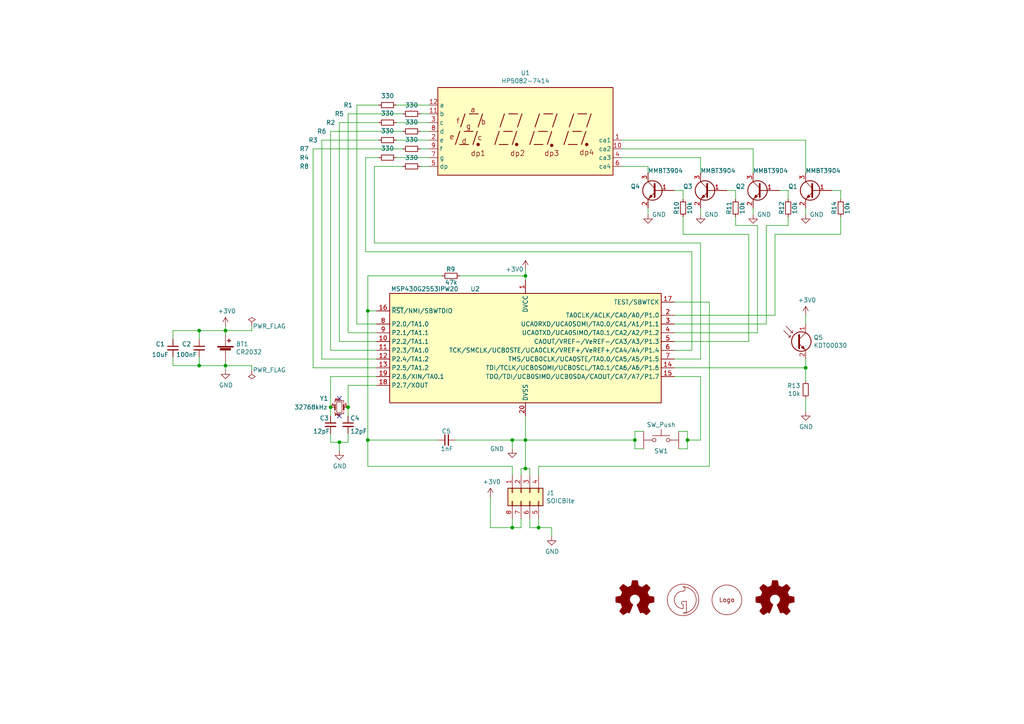
<source format=kicad_sch>
(kicad_sch (version 20200714) (host eeschema "5.99.0-unknown-r19130-2af6d01f")
  (page 1 1)
  (paper "A4")
  (title_block (title "Ada-powereded digital watch") (date "01-02-2020") (rev "2") (company "Galion"))
  (lib_symbols
    (symbol "Connector_Generic:Conn_02x04_Counter_Clockwise" (pin_names hide)
      (property "Reference" "J" (at 1.27 5.08 0))
      (property "Value" "Conn_02x04_Counter_Clockwise" (at 1.27 -7.62 0))
      (symbol "Conn_02x04_Counter_Clockwise_1_1"
        (rectangle (start -1.27 -4.953) (end 0 -5.207) (stroke (width 0.1524)))
        (rectangle (start -1.27 -2.413) (end 0 -2.667) (stroke (width 0.1524)))
        (rectangle (start -1.27 2.667) (end 0 2.413) (stroke (width 0.1524)))
        (rectangle (start -1.27 3.81) (end 3.81 -6.35) (stroke (width 0.254)) (fill (type background)))
        (rectangle (start -1.27 0.127) (end 0 -0.127) (stroke (width 0.1524)))
        (rectangle (start 3.81 -4.953) (end 2.54 -5.207) (stroke (width 0.1524)))
        (rectangle (start 3.81 -2.413) (end 2.54 -2.667) (stroke (width 0.1524)))
        (rectangle (start 3.81 2.667) (end 2.54 2.413) (stroke (width 0.1524)))
        (rectangle (start 3.81 0.127) (end 2.54 -0.127) (stroke (width 0.1524)))
        (pin passive line (at -5.08 2.54 0) (length 3.81) (name "Pin_1") (number "1"))
        (pin passive line (at -5.08 0 0) (length 3.81) (name "Pin_2") (number "2"))
        (pin passive line (at -5.08 -2.54 0) (length 3.81) (name "Pin_3") (number "3"))
        (pin passive line (at -5.08 -5.08 0) (length 3.81) (name "Pin_4") (number "4"))
        (pin passive line (at 7.62 -5.08 180) (length 3.81) (name "Pin_5") (number "5"))
        (pin passive line (at 7.62 -2.54 180) (length 3.81) (name "Pin_6") (number "6"))
        (pin passive line (at 7.62 0 180) (length 3.81) (name "Pin_7") (number "7"))
        (pin passive line (at 7.62 2.54 180) (length 3.81) (name "Pin_8") (number "8"))
      )
    )
    (symbol "Device:Battery_Cell" (pin_numbers hide) (pin_names (offset 0) hide)
      (property "Reference" "BT" (at 2.54 2.54 0))
      (property "Value" "Battery_Cell" (at 2.54 0 0))
      (symbol "Battery_Cell_0_1"
        (rectangle (start -2.286 1.778) (end 2.286 1.524) (fill (type outline)))
        (rectangle (start -1.5748 1.1938) (end 1.4732 0.6858) (fill (type outline)))
        (polyline (pts (xy 0 0.762) (xy 0 0)))
        (polyline (pts (xy 0 1.778) (xy 0 2.54)))
        (polyline (pts (xy 0.508 3.429) (xy 1.524 3.429)) (stroke (width 0.254)))
        (polyline (pts (xy 1.016 3.937) (xy 1.016 2.921)) (stroke (width 0.254)))
      )
      (symbol "Battery_Cell_1_1"
        (pin passive line (at 0 5.08 270) (length 2.54) (name "+") (number "1"))
        (pin passive line (at 0 -2.54 90) (length 2.54) (name "-") (number "2"))
      )
    )
    (symbol "Device:C_Small" (pin_numbers hide) (pin_names (offset 0.254) hide)
      (property "Reference" "C" (at 0.254 1.778 0))
      (property "Value" "C_Small" (at 0.254 -2.032 0))
      (symbol "C_Small_0_1"
        (polyline (pts (xy -1.524 -0.508) (xy 1.524 -0.508)) (stroke (width 0.3302)))
        (polyline (pts (xy -1.524 0.508) (xy 1.524 0.508)) (stroke (width 0.3048)))
      )
      (symbol "C_Small_1_1"
        (pin passive line (at 0 2.54 270) (length 2.032) (name "~") (number "1"))
        (pin passive line (at 0 -2.54 90) (length 2.032) (name "~") (number "2"))
      )
    )
    (symbol "Device:Crystal_GND23_Small" (pin_names hide)
      (property "Reference" "Y" (at 1.27 4.445 0))
      (property "Value" "Crystal_GND23_Small" (at 1.27 2.54 0))
      (symbol "Crystal_GND23_Small_0_1"
        (rectangle (start -0.762 -1.524) (end 0.762 1.524))
        (polyline (pts (xy -1.27 -0.762) (xy -1.27 0.762)) (stroke (width 0.381)))
        (polyline (pts (xy 1.27 -0.762) (xy 1.27 0.762)) (stroke (width 0.381)))
        (polyline (pts (xy -1.27 -1.27) (xy -1.27 -1.905) (xy 1.27 -1.905) (xy 1.27 -1.27)))
        (polyline (pts (xy -1.27 1.27) (xy -1.27 1.905) (xy 1.27 1.905) (xy 1.27 1.27)))
      )
      (symbol "Crystal_GND23_Small_1_1"
        (pin passive line (at -2.54 0 0) (length 1.27) (name "1") (number "1"))
        (pin passive line (at 0 -2.54 90) (length 0.635) (name "2") (number "2"))
        (pin passive line (at 0 2.54 270) (length 0.635) (name "3") (number "3"))
        (pin passive line (at 2.54 0 180) (length 1.27) (name "4") (number "4"))
      )
    )
    (symbol "Device:R_Small" (pin_numbers hide) (pin_names (offset 0.254) hide)
      (property "Reference" "R" (at 0.762 0.508 0))
      (property "Value" "R_Small" (at 0.762 -1.016 0))
      (symbol "R_Small_0_1"
        (rectangle (start -0.762 1.778) (end 0.762 -1.778) (stroke (width 0.2032)))
      )
      (symbol "R_Small_1_1"
        (pin passive line (at 0 2.54 270) (length 0.762) (name "~") (number "1"))
        (pin passive line (at 0 -2.54 90) (length 0.762) (name "~") (number "2"))
      )
    )
    (symbol "Graphic:Logo_Open_Hardware_Small"
      (symbol "Logo_Open_Hardware_Small_0_1"
        (polyline (pts (xy 3.3528 -4.3434) (xy 3.302 -4.318) (xy 3.175 -4.2418) (xy 2.9972 -4.1148) (xy 2.7686 -3.9624) (xy 2.54 -3.81) (xy 2.3622 -3.7084) (xy 2.2352 -3.6068) (xy 2.1844 -3.5814) (xy 2.159 -3.6068) (xy 2.0574 -3.6576) (xy 1.905 -3.7338) (xy 1.8034 -3.7846) (xy 1.6764 -3.8354) (xy 1.6002 -3.8354) (xy 1.6002 -3.8354) (xy 1.5494 -3.7338) (xy 1.4732 -3.5306) (xy 1.3462 -3.302) (xy 1.2446 -3.0226) (xy 1.1176 -2.7178) (xy 0.9652 -2.413) (xy 0.8636 -2.1082) (xy 0.7366 -1.8288) (xy 0.6604 -1.6256) (xy 0.6096 -1.4732) (xy 0.5842 -1.397) (xy 0.5842 -1.397) (xy 0.6604 -1.3208) (xy 0.7874 -1.2446) (xy 1.0414 -1.016) (xy 1.2954 -0.6858) (xy 1.4478 -0.3302) (xy 1.524 0.0762) (xy 1.4732 0.4572) (xy 1.3208 0.8128) (xy 1.0668 1.143) (xy 0.762 1.3716) (xy 0.4064 1.524) (xy 0 1.5748) (xy -0.381 1.5494) (xy -0.7366 1.397) (xy -1.0668 1.143) (xy -1.2192 0.9906) (xy -1.397 0.6604) (xy -1.524 0.3048) (xy -1.524 0.2286) (xy -1.4986 -0.1778) (xy -1.397 -0.5334) (xy -1.1938 -0.8636) (xy -0.9144 -1.143) (xy -0.8636 -1.1684) (xy -0.7366 -1.27) (xy -0.635 -1.3462) (xy -0.5842 -1.397) (xy -1.0668 -2.5908) (xy -1.143 -2.794) (xy -1.2954 -3.1242) (xy -1.397 -3.4036) (xy -1.4986 -3.6322) (xy -1.5748 -3.7846) (xy -1.6002 -3.8354) (xy -1.6002 -3.8354) (xy -1.651 -3.8354) (xy -1.7272 -3.81) (xy -1.905 -3.7338) (xy -2.0066 -3.683) (xy -2.1336 -3.6068) (xy -2.2098 -3.5814) (xy -2.2606 -3.6068) (xy -2.3622 -3.683) (xy -2.54 -3.81) (xy -2.7686 -3.9624) (xy -2.9718 -4.0894) (xy -3.1496 -4.2164) (xy -3.302 -4.318) (xy -3.3528 -4.3434) (xy -3.3782 -4.3434) (xy -3.429 -4.318) (xy -3.5306 -4.2164) (xy -3.7084 -4.064) (xy -3.937 -3.8354) (xy -3.9624 -3.81) (xy -4.1656 -3.6068) (xy -4.318 -3.4544) (xy -4.4196 -3.3274) (xy -4.445 -3.2766) (xy -4.445 -3.2766) (xy -4.4196 -3.2258) (xy -4.318 -3.0734) (xy -4.2164 -2.8956) (xy -4.064 -2.667) (xy -3.6576 -2.0828) (xy -3.8862 -1.5494) (xy -3.937 -1.3716) (xy -4.0386 -1.1684) (xy -4.0894 -1.0414) (xy -4.1148 -0.9652) (xy -4.191 -0.9398) (xy -4.318 -0.9144) (xy -4.5466 -0.8636) (xy -4.8006 -0.8128) (xy -5.0546 -0.7874) (xy -5.2578 -0.7366) (xy -5.4356 -0.7112) (xy -5.5118 -0.6858) (xy -5.5118 -0.6858) (xy -5.5372 -0.635) (xy -5.5372 -0.5588) (xy -5.5372 -0.4318) (xy -5.5626 -0.2286) (xy -5.5626 0.0762) (xy -5.5626 0.127) (xy -5.5372 0.4064) (xy -5.5372 0.635) (xy -5.5372 0.762) (xy -5.5372 0.8382) (xy -5.5372 0.8382) (xy -5.461 0.8382) (xy -5.3086 0.889) (xy -5.08 0.9144) (xy -4.826 0.9652) (xy -4.8006 0.9906) (xy -4.5466 1.0414) (xy -4.318 1.0668) (xy -4.1656 1.1176) (xy -4.0894 1.143) (xy -4.0894 1.143) (xy -4.0386 1.2446) (xy -3.9624 1.4224) (xy -3.8608 1.6256) (xy -3.7846 1.8288) (xy -3.7084 2.0066) (xy -3.6576 2.159) (xy -3.6322 2.2098) (xy -3.6322 2.2098) (xy -3.683 2.286) (xy -3.7592 2.413) (xy -3.8862 2.5908) (xy -4.064 2.8194) (xy -4.064 2.8448) (xy -4.2164 3.0734) (xy -4.3434 3.2512) (xy -4.4196 3.3782) (xy -4.445 3.4544) (xy -4.445 3.4544) (xy -4.3942 3.5052) (xy -4.2926 3.6322) (xy -4.1148 3.81) (xy -3.937 4.0132) (xy -3.8608 4.064) (xy -3.6576 4.2926) (xy -3.5052 4.4196) (xy -3.4036 4.4958) (xy -3.3528 4.5212) (xy -3.3528 4.5212) (xy -3.302 4.4704) (xy -3.1496 4.3688) (xy -2.9718 4.2418) (xy -2.7432 4.0894) (xy -2.7178 4.0894) (xy -2.4892 3.937) (xy -2.3114 3.81) (xy -2.1844 3.7084) (xy -2.1336 3.683) (xy -2.1082 3.683) (xy -2.032 3.7084) (xy -1.8542 3.7592) (xy -1.6764 3.8354) (xy -1.4732 3.937) (xy -1.27 4.0132) (xy -1.143 4.064) (xy -1.0668 4.1148) (xy -1.0668 4.1148) (xy -1.0414 4.191) (xy -1.016 4.3434) (xy -0.9652 4.572) (xy -0.9144 4.8514) (xy -0.889 4.9022) (xy -0.8382 5.1562) (xy -0.8128 5.3848) (xy -0.7874 5.5372) (xy -0.762 5.588) (xy -0.7112 5.6134) (xy -0.5842 5.6134) (xy -0.4064 5.6134) (xy -0.1524 5.6134) (xy 0.0762 5.6134) (xy 0.3302 5.6134) (xy 0.5334 5.6134) (xy 0.6858 5.588) (xy 0.7366 5.588) (xy 0.7366 5.588) (xy 0.762 5.5118) (xy 0.8128 5.334) (xy 0.8382 5.1054) (xy 0.9144 4.826) (xy 0.9144 4.7752) (xy 0.9652 4.5212) (xy 1.016 4.2926) (xy 1.0414 4.1402) (xy 1.0668 4.0894) (xy 1.0668 4.0894) (xy 1.1938 4.0386) (xy 1.3716 3.9624) (xy 1.5748 3.8608) (xy 2.0828 3.6576) (xy 2.7178 4.0894) (xy 2.7686 4.1402) (xy 2.9972 4.2926) (xy 3.175 4.4196) (xy 3.302 4.4958) (xy 3.3782 4.5212) (xy 3.3782 4.5212) (xy 3.429 4.4704) (xy 3.556 4.3434) (xy 3.7338 4.191) (xy 3.9116 3.9878) (xy 4.064 3.8354) (xy 4.2418 3.6576) (xy 4.3434 3.556) (xy 4.4196 3.4798) (xy 4.4196 3.429) (xy 4.4196 3.4036) (xy 4.3942 3.3274) (xy 4.2926 3.2004) (xy 4.1656 2.9972) (xy 4.0132 2.794) (xy 3.8862 2.5908) (xy 3.7592 2.3876) (xy 3.6576 2.2352) (xy 3.6322 2.159) (xy 3.6322 2.1336) (xy 3.683 2.0066) (xy 3.7592 1.8288) (xy 3.8608 1.6002) (xy 4.064 1.1176) (xy 4.3942 1.0414) (xy 4.5974 1.016) (xy 4.8768 0.9652) (xy 5.1308 0.9144) (xy 5.5372 0.8382) (xy 5.5626 -0.6604) (xy 5.4864 -0.6858) (xy 5.4356 -0.6858) (xy 5.2832 -0.7366) (xy 5.0546 -0.762) (xy 4.8006 -0.8128) (xy 4.5974 -0.8636) (xy 4.3688 -0.9144) (xy 4.2164 -0.9398) (xy 4.1402 -0.9398) (xy 4.1148 -0.9652) (xy 4.064 -1.0668) (xy 3.9878 -1.2446) (xy 3.9116 -1.4478) (xy 3.81 -1.651) (xy 3.7338 -1.8542) (xy 3.683 -2.0066) (xy 3.6576 -2.0828) (xy 3.683 -2.1336) (xy 3.7846 -2.2606) (xy 3.8862 -2.4638) (xy 4.0386 -2.667) (xy 4.191 -2.8956) (xy 4.318 -3.0734) (xy 4.3942 -3.2004) (xy 4.445 -3.2766) (xy 4.4196 -3.3274) (xy 4.3434 -3.429) (xy 4.1656 -3.5814) (xy 3.937 -3.8354) (xy 3.8862 -3.8608) (xy 3.683 -4.064) (xy 3.5306 -4.2164) (xy 3.4036 -4.318) (xy 3.3528 -4.3434)) (fill (type outline)))
      )
    )
    (symbol "MCU_Texas_MSP430:MSP430G2553IPW20" (pin_names (offset 0.508))
      (property "Reference" "U" (at -38.1 17.78 0))
      (property "Value" "MSP430G2553IPW20" (at 31.75 -16.51 0))
      (symbol "MSP430G2553IPW20_0_1"
        (rectangle (start -39.37 16.51) (end 39.37 -15.24) (stroke (width 0.254)) (fill (type background)))
      )
      (symbol "MSP430G2553IPW20_1_1"
        (pin power_in line (at 0 20.32 270) (length 3.81) (name "DVCC") (number "1"))
        (pin bidirectional line (at -43.18 2.54 0) (length 3.81) (name "P2.2/TA1.1") (number "10"))
        (pin bidirectional line (at -43.18 0 0) (length 3.81) (name "P2.3/TA1.0") (number "11"))
        (pin bidirectional line (at -43.18 -2.54 0) (length 3.81) (name "P2.4/TA1.2") (number "12"))
        (pin bidirectional line (at -43.18 -5.08 0) (length 3.81) (name "P2.5/TA1.2") (number "13"))
        (pin bidirectional line (at 43.18 -5.08 180) (length 3.81) (name "TDI/TCLK/UCB0SOMI/UCB0SCL/TA0.1/CA6/A6/P1.6") (number "14"))
        (pin bidirectional line (at 43.18 -7.62 180) (length 3.81) (name "TDO/TDI/UCB0SIMO/UCB0SDA/CAOUT/CA7/A7/P1.7") (number "15"))
        (pin input line (at -43.18 11.43 0) (length 3.81) (name "~RST~/NMI/SBWTDIO") (number "16"))
        (pin input line (at 43.18 13.97 180) (length 3.81) (name "TEST/SBWTCK") (number "17"))
        (pin bidirectional line (at -43.18 -10.16 0) (length 3.81) (name "P2.7/XOUT") (number "18"))
        (pin bidirectional line (at -43.18 -7.62 0) (length 3.81) (name "P2.6/XIN/TA0.1") (number "19"))
        (pin bidirectional line (at 43.18 10.16 180) (length 3.81) (name "TA0CLK/ACLK/CA0/A0/P1.0") (number "2"))
        (pin power_in line (at 0 -19.05 90) (length 3.81) (name "DVSS") (number "20"))
        (pin bidirectional line (at 43.18 7.62 180) (length 3.81) (name "UCA0RXD/UCA0SOMI/TA0.0/CA1/A1/P1.1") (number "3"))
        (pin bidirectional line (at 43.18 5.08 180) (length 3.81) (name "UCA0TXD/UCA0SIMO/TA0.1/CA2/A2/P1.2") (number "4"))
        (pin bidirectional line (at 43.18 2.54 180) (length 3.81) (name "CAOUT/VREF-/VeREF-/CA3/A3/P1.3") (number "5"))
        (pin bidirectional line (at 43.18 0 180) (length 3.81) (name "TCK/SMCLK/UCB0STE/UCA0CLK/VREF+/VeREF+/CA4/A4/P1.4") (number "6"))
        (pin bidirectional line (at 43.18 -2.54 180) (length 3.81) (name "TMS/UCB0CLK/UCA0STE/TA0.0/CA5/A5/P1.5") (number "7"))
        (pin bidirectional line (at -43.18 7.62 0) (length 3.81) (name "P2.0/TA1.0") (number "8"))
        (pin bidirectional line (at -43.18 5.08 0) (length 3.81) (name "P2.1/TA1.1") (number "9"))
      )
    )
    (symbol "Transistor_BJT:MMBT3904" (pin_names (offset 0) hide)
      (property "Reference" "Q" (at 5.08 1.905 0))
      (property "Value" "MMBT3904" (at 5.08 0 0))
      (symbol "MMBT3904_0_1"
        (circle (center 1.27 0) (radius 2.8194) (stroke (width 0.254)))
        (polyline (pts (xy 0.635 0.635) (xy 2.54 2.54)))
        (polyline (pts (xy 0.635 -0.635) (xy 2.54 -2.54) (xy 2.54 -2.54)))
        (polyline (pts (xy 0.635 1.905) (xy 0.635 -1.905) (xy 0.635 -1.905)) (stroke (width 0.508)))
        (polyline (pts (xy 1.27 -1.778) (xy 1.778 -1.27) (xy 2.286 -2.286) (xy 1.27 -1.778) (xy 1.27 -1.778)) (fill (type outline)))
      )
      (symbol "MMBT3904_1_1"
        (pin input line (at -5.08 0 0) (length 5.715) (name "B") (number "1"))
        (pin passive line (at 2.54 -5.08 90) (length 2.54) (name "E") (number "2"))
        (pin passive line (at 2.54 5.08 270) (length 2.54) (name "C") (number "3"))
      )
    )
    (symbol "custom_symbols:Ada_Logo_Small"
      (property "Reference" "LG" (at 0 -0.508 0))
      (property "Value" "Ada_Logo_Small" (at 0 -1.778 0))
      (symbol "Ada_Logo_Small_0_0"
        (circle (center 0 5.08) (radius 4.318))
        (text "Logo" (at 0 5.08 0) (effects (font (size 1.27 1.27))))
      )
    )
    (symbol "custom_symbols:Galion_Logo"
      (property "Reference" "LG" (at -6.35 0 0))
      (property "Value" "Galion_Logo" (at 0 -6.35 0))
      (symbol "Galion_Logo_0_1"
        (arc (start 0 3.81) (end 0.0254 2.54) (radius (at -0.0508 3.175) (length 0.635) (angles 90 -87.7)))
        (arc (start 0 -3.81) (end 0 -3.81) (radius (at 0 0) (length 0) (angles 0 0)))
        (arc (start 0 2.54) (end 0 -2.54) (radius (at 0 0) (length 2.54) (angles 90.1 -90.1)))
        (arc (start 0 3.81) (end 0.254 -3.81) (radius (at 0 0) (length 3.81) (angles 90.1 -90.1)))
        (arc (start 0.0254 -1.3716) (end 0 -0.381) (radius (at 0.0254 -0.889) (length 0.4826) (angles -90 92.9)))
        (circle (center 0 0) (radius 4.572))
        (polyline (pts (xy 0 -3.81) (xy 0.9652 -3.81)))
        (polyline (pts (xy 0 -0.4064) (xy 0.9652 -0.4064)))
        (polyline (pts (xy 0.0254 -2.5146) (xy 0.0254 -1.397)))
        (polyline (pts (xy 0.9652 -0.4064) (xy 0.9652 -3.81)))
      )
    )
    (symbol "custom_symbols:HP5082-7414" (pin_names (offset 0.508))
      (property "Reference" "U" (at -24.13 13.97 0))
      (property "Value" "HP5082-7414" (at 17.78 13.97 0))
      (symbol "HP5082-7414_1_0"
        (circle (center 7.62 -4.064) (radius 0.3556) (stroke (width 0.254)) (fill (type outline)))
        (circle (center 17.78 -3.81) (radius 0.3556) (stroke (width 0.254)) (fill (type outline)))
      )
      (symbol "HP5082-7414_0_1"
        (circle (center -13.716 -3.81) (radius 0.3556) (stroke (width 0.254)) (fill (type outline)))
        (circle (center -2.54 -3.81) (radius 0.3556) (stroke (width 0.254)) (fill (type outline)))
      )
      (symbol "HP5082-7414_0_0"
        (text "a" (at -15.24 6.35 0) (effects (font (size 1.524 1.524))))
        (text "b" (at -12.192 2.794 0) (effects (font (size 1.524 1.524))))
        (text "c" (at -13.208 -1.778 0) (effects (font (size 1.524 1.524))))
        (text "d" (at -17.78 -2.794 0) (effects (font (size 1.524 1.524))))
        (text "dp1" (at -13.716 -6.35 0) (effects (font (size 1.524 1.524))))
        (text "dp2" (at -2.286 -6.35 0) (effects (font (size 1.524 1.524))))
        (text "dp3" (at 7.62 -6.35 0) (effects (font (size 1.524 1.524))))
        (text "dp4" (at 17.78 -6.096 0) (effects (font (size 1.524 1.524))))
        (text "e" (at -21.336 -1.524 0) (effects (font (size 1.524 1.524))))
        (text "f" (at -19.558 3.048 0) (effects (font (size 1.524 1.524))))
        (text "g" (at -16.51 1.524 0) (effects (font (size 1.524 1.524))))
        (rectangle (start -25.4 12.7) (end 25.4 -12.7) (stroke (width 0.254)) (fill (type background)))
        (polyline (pts (xy -20.32 -3.81) (xy -19.05 0)) (stroke (width 0.254)))
        (polyline (pts (xy -19.05 -3.81) (xy -16.51 -3.81)) (stroke (width 0.254)))
        (polyline (pts (xy -18.796 1.27) (xy -17.526 5.08)) (stroke (width 0.254)))
        (polyline (pts (xy -17.78 0) (xy -15.24 0)) (stroke (width 0.254)))
        (polyline (pts (xy -16.256 5.08) (xy -13.716 5.08)) (stroke (width 0.254)))
        (polyline (pts (xy -15.24 -3.81) (xy -13.97 0)) (stroke (width 0.254)))
        (polyline (pts (xy -13.716 1.27) (xy -12.446 5.08)) (stroke (width 0.254)))
        (polyline (pts (xy -8.89 -3.81) (xy -7.62 0)) (stroke (width 0.254)))
        (polyline (pts (xy -7.62 -3.81) (xy -5.08 -3.81)) (stroke (width 0.254)))
        (polyline (pts (xy -7.366 1.27) (xy -6.096 5.08)) (stroke (width 0.254)))
        (polyline (pts (xy -6.35 0) (xy -3.81 0)) (stroke (width 0.254)))
        (polyline (pts (xy -4.826 5.08) (xy -2.286 5.08)) (stroke (width 0.254)))
        (polyline (pts (xy -3.81 -3.81) (xy -2.54 0)) (stroke (width 0.254)))
        (polyline (pts (xy -2.286 1.27) (xy -1.016 5.08)) (stroke (width 0.254)))
        (polyline (pts (xy 1.27 -3.81) (xy 2.54 0)) (stroke (width 0.254)))
        (polyline (pts (xy 2.54 -3.81) (xy 5.08 -3.81)) (stroke (width 0.254)))
        (polyline (pts (xy 2.794 1.27) (xy 4.064 5.08)) (stroke (width 0.254)))
        (polyline (pts (xy 3.81 0) (xy 6.35 0)) (stroke (width 0.254)))
        (polyline (pts (xy 5.334 5.08) (xy 7.874 5.08)) (stroke (width 0.254)))
        (polyline (pts (xy 6.35 -3.81) (xy 7.62 0)) (stroke (width 0.254)))
        (polyline (pts (xy 7.874 1.27) (xy 9.144 5.08)) (stroke (width 0.254)))
        (polyline (pts (xy 11.176 -3.81) (xy 12.446 0)) (stroke (width 0.254)))
        (polyline (pts (xy 12.446 -3.81) (xy 14.986 -3.81)) (stroke (width 0.254)))
        (polyline (pts (xy 12.7 1.27) (xy 13.97 5.08)) (stroke (width 0.254)))
        (polyline (pts (xy 13.716 0) (xy 16.256 0)) (stroke (width 0.254)))
        (polyline (pts (xy 15.24 5.08) (xy 17.78 5.08)) (stroke (width 0.254)))
        (polyline (pts (xy 16.256 -3.81) (xy 17.526 0)) (stroke (width 0.254)))
        (polyline (pts (xy 17.78 1.27) (xy 19.05 5.08)) (stroke (width 0.254)))
      )
      (symbol "HP5082-7414_1_1"
        (pin input line (at 27.94 -2.54 180) (length 2.54) (name "ca1") (number "1"))
        (pin input line (at 27.94 -5.08 180) (length 2.54) (name "ca2") (number "10"))
        (pin input line (at -27.94 5.08 0) (length 2.54) (name "b") (number "11"))
        (pin input line (at -27.94 7.62 0) (length 2.54) (name "a") (number "12"))
        (pin input line (at -27.94 -2.54 0) (length 2.54) (name "e") (number "2"))
        (pin input line (at -27.94 2.54 0) (length 2.54) (name "c") (number "3"))
        (pin input line (at 27.94 -7.62 180) (length 2.54) (name "ca3") (number "4"))
        (pin input line (at -27.94 -10.16 0) (length 2.54) (name "dp") (number "5"))
        (pin input line (at 27.94 -10.16 180) (length 2.54) (name "ca4") (number "6"))
        (pin input line (at -27.94 -7.62 0) (length 2.54) (name "g") (number "7"))
        (pin input line (at -27.94 0 0) (length 2.54) (name "d") (number "8"))
        (pin input line (at -27.94 -5.08 0) (length 2.54) (name "f") (number "9"))
      )
    )
    (symbol "custom_symbols:KDT00030" (pin_names (offset 0) hide)
      (property "Reference" "Q" (at 5.08 1.27 0))
      (property "Value" "KDT00030" (at 5.08 -1.27 0))
      (symbol "KDT00030_0_1"
        (circle (center 1.27 0) (radius 2.8194) (stroke (width 0.254)))
        (polyline (pts (xy -1.905 1.27) (xy -2.54 1.27)))
        (polyline (pts (xy -1.27 2.54) (xy -1.905 2.54)))
        (polyline (pts (xy 0.635 0.635) (xy 2.54 2.54)))
        (polyline (pts (xy -3.81 3.175) (xy -1.905 1.27) (xy -1.905 1.905)))
        (polyline (pts (xy -3.175 4.445) (xy -1.27 2.54) (xy -1.27 3.175)))
        (polyline (pts (xy 0.635 -0.635) (xy 2.54 -2.54) (xy 2.54 -2.54)))
        (polyline (pts (xy 0.635 1.905) (xy 0.635 -1.905) (xy 0.635 -1.905)) (stroke (width 0.508)))
        (polyline (pts (xy 1.27 -1.778) (xy 1.778 -1.27) (xy 2.286 -2.286) (xy 1.27 -1.778) (xy 1.27 -1.778)) (fill (type outline)))
      )
      (symbol "KDT00030_1_1"
        (pin passive line (at 2.54 5.08 270) (length 2.54) (name "C") (number "1"))
        (pin passive line (at 2.54 -5.08 90) (length 2.54) (name "E") (number "2"))
      )
    )
    (symbol "custom_symbols:SW_Push_SKRPACE101" (pin_numbers hide) (pin_names hide)
      (property "Reference" "SW" (at -2.54 1.27 90))
      (property "Value" "SW_Push_SKRPACE101" (at 0 6.604 0))
      (symbol "SW_Push_SKRPACE101_0_1"
        (circle (center 0 -2.032) (radius 0.508))
        (circle (center 0 2.032) (radius 0.508))
        (polyline (pts (xy -1.27 0) (xy -3.048 0)))
        (polyline (pts (xy -1.27 2.54) (xy -1.27 -2.54)))
        (polyline (pts (xy 0 -2.54) (xy 0 -5.08)))
        (polyline (pts (xy 0 2.54) (xy 0 5.08)))
      )
      (symbol "SW_Push_SKRPACE101_1_1"
        (pin passive line (at -2.54 5.08 0) (length 2.54) (name "~") (number "1"))
        (pin passive line (at 2.54 5.08 180) (length 2.54) (name "~") (number "2"))
        (pin passive line (at -2.54 -5.08 0) (length 2.54) (name "~") (number "3"))
        (pin passive line (at 2.54 -5.08 180) (length 2.54) (name "~") (number "4"))
      )
    )
    (symbol "power:+3V0" (power) (pin_names (offset 0))
      (property "Value" "+3V0" (at 0 3.556 0))
      (symbol "+3V0_0_1"
        (polyline (pts (xy -0.762 1.27) (xy 0 2.54)))
        (polyline (pts (xy 0 0) (xy 0 2.54)))
        (polyline (pts (xy 0 2.54) (xy 0.762 1.27)))
      )
      (symbol "+3V0_1_1"
        (pin power_in line (at 0 0 90) (length 0) hide (name "+3V0") (number "1"))
      )
    )
    (symbol "power:GND" (power) (pin_names (offset 0))
      (property "Value" "GND" (at 0 -3.81 0))
      (symbol "GND_0_1"
        (polyline (pts (xy 0 0) (xy 0 -1.27) (xy 1.27 -1.27) (xy 0 -2.54) (xy -1.27 -1.27) (xy 0 -1.27)))
      )
      (symbol "GND_1_1"
        (pin power_in line (at 0 0 270) (length 0) hide (name "GND") (number "1"))
      )
    )
    (symbol "power:PWR_FLAG" (power) (pin_numbers hide) (pin_names (offset 0) hide)
      (property "Value" "PWR_FLAG" (at 0 3.81 0))
      (symbol "PWR_FLAG_0_1"
        (polyline (pts (xy 0 0) (xy 0 1.27) (xy -1.016 1.905) (xy 0 2.54) (xy 1.016 1.905) (xy 0 1.27)))
      )
      (symbol "PWR_FLAG_0_0"
        (pin power_out line (at 0 0 90) (length 0) (name "pwr") (number "1"))
      )
    )
  )
  (junction (at 57.785 95.885))
  (junction (at 57.785 106.045))
  (junction (at 65.405 95.885))
  (junction (at 65.405 106.045))
  (junction (at 95.885 118.11))
  (junction (at 98.425 128.27))
  (junction (at 100.965 118.11))
  (junction (at 106.68 90.17))
  (junction (at 106.68 127.635))
  (junction (at 148.59 127.635))
  (junction (at 148.59 153.035))
  (junction (at 152.4 80.01))
  (junction (at 152.4 127.635))
  (junction (at 152.4 135.89))
  (junction (at 156.21 153.035))
  (junction (at 184.15 127.635))
  (junction (at 199.39 127.635))
  (junction (at 233.68 106.68))
  (no_connect (at 98.425 115.57))
  (no_connect (at 98.425 120.65))
  (wire (pts (xy 50.165 95.885) (xy 50.165 98.425)))
  (wire (pts (xy 50.165 103.505) (xy 50.165 106.045)))
  (wire (pts (xy 50.165 106.045) (xy 57.785 106.045)))
  (wire (pts (xy 57.785 95.885) (xy 50.165 95.885)))
  (wire (pts (xy 57.785 95.885) (xy 57.785 98.425)))
  (wire (pts (xy 57.785 95.885) (xy 65.405 95.885)))
  (wire (pts (xy 57.785 103.505) (xy 57.785 106.045)))
  (wire (pts (xy 57.785 106.045) (xy 65.405 106.045)))
  (wire (pts (xy 65.405 94.615) (xy 65.405 95.885)))
  (wire (pts (xy 65.405 95.885) (xy 65.405 97.155)))
  (wire (pts (xy 65.405 106.045) (xy 65.405 104.775)))
  (wire (pts (xy 65.405 106.045) (xy 73.025 106.045)))
  (wire (pts (xy 65.405 107.315) (xy 65.405 106.045)))
  (wire (pts (xy 73.025 94.615) (xy 73.025 95.885)))
  (wire (pts (xy 73.025 95.885) (xy 65.405 95.885)))
  (wire (pts (xy 73.025 106.045) (xy 73.025 107.315)))
  (wire (pts (xy 90.805 43.18) (xy 90.805 106.68)))
  (wire (pts (xy 90.805 106.68) (xy 109.22 106.68)))
  (wire (pts (xy 93.345 40.64) (xy 93.345 104.14)))
  (wire (pts (xy 93.345 104.14) (xy 109.22 104.14)))
  (wire (pts (xy 95.885 38.1) (xy 95.885 101.6)))
  (wire (pts (xy 95.885 101.6) (xy 109.22 101.6)))
  (wire (pts (xy 95.885 109.22) (xy 95.885 118.11)))
  (wire (pts (xy 95.885 109.22) (xy 109.22 109.22)))
  (wire (pts (xy 95.885 118.11) (xy 95.885 120.65)))
  (wire (pts (xy 95.885 125.73) (xy 95.885 128.27)))
  (wire (pts (xy 95.885 128.27) (xy 98.425 128.27)))
  (wire (pts (xy 98.425 35.56) (xy 98.425 99.06)))
  (wire (pts (xy 98.425 99.06) (xy 109.22 99.06)))
  (wire (pts (xy 98.425 128.27) (xy 98.425 130.81)))
  (wire (pts (xy 100.965 33.02) (xy 100.965 96.52)))
  (wire (pts (xy 100.965 96.52) (xy 109.22 96.52)))
  (wire (pts (xy 100.965 111.76) (xy 100.965 118.11)))
  (wire (pts (xy 100.965 111.76) (xy 109.22 111.76)))
  (wire (pts (xy 100.965 118.11) (xy 100.965 120.65)))
  (wire (pts (xy 100.965 125.73) (xy 100.965 128.27)))
  (wire (pts (xy 100.965 128.27) (xy 98.425 128.27)))
  (wire (pts (xy 103.505 30.48) (xy 109.855 30.48)))
  (wire (pts (xy 103.505 93.98) (xy 103.505 30.48)))
  (wire (pts (xy 106.045 45.72) (xy 106.045 73.025)))
  (wire (pts (xy 106.045 73.025) (xy 200.66 73.025)))
  (wire (pts (xy 106.68 80.01) (xy 106.68 90.17)))
  (wire (pts (xy 106.68 90.17) (xy 106.68 127.635)))
  (wire (pts (xy 106.68 127.635) (xy 106.68 135.255)))
  (wire (pts (xy 106.68 135.255) (xy 148.59 135.255)))
  (wire (pts (xy 108.585 48.26) (xy 108.585 70.485)))
  (wire (pts (xy 108.585 48.26) (xy 116.84 48.26)))
  (wire (pts (xy 108.585 70.485) (xy 203.2 70.485)))
  (wire (pts (xy 109.22 90.17) (xy 106.68 90.17)))
  (wire (pts (xy 109.22 93.98) (xy 103.505 93.98)))
  (wire (pts (xy 109.855 35.56) (xy 98.425 35.56)))
  (wire (pts (xy 109.855 40.64) (xy 93.345 40.64)))
  (wire (pts (xy 109.855 45.72) (xy 106.045 45.72)))
  (wire (pts (xy 116.84 33.02) (xy 100.965 33.02)))
  (wire (pts (xy 116.84 38.1) (xy 95.885 38.1)))
  (wire (pts (xy 116.84 43.18) (xy 90.805 43.18)))
  (wire (pts (xy 124.46 30.48) (xy 114.935 30.48)))
  (wire (pts (xy 124.46 33.02) (xy 121.92 33.02)))
  (wire (pts (xy 124.46 35.56) (xy 114.935 35.56)))
  (wire (pts (xy 124.46 38.1) (xy 121.92 38.1)))
  (wire (pts (xy 124.46 40.64) (xy 114.935 40.64)))
  (wire (pts (xy 124.46 43.18) (xy 121.92 43.18)))
  (wire (pts (xy 124.46 45.72) (xy 114.935 45.72)))
  (wire (pts (xy 124.46 48.26) (xy 121.92 48.26)))
  (wire (pts (xy 127 127.635) (xy 106.68 127.635)))
  (wire (pts (xy 128.27 80.01) (xy 106.68 80.01)))
  (wire (pts (xy 142.24 153.035) (xy 142.24 144.145)))
  (wire (pts (xy 148.59 127.635) (xy 132.08 127.635)))
  (wire (pts (xy 148.59 127.635) (xy 152.4 127.635)))
  (wire (pts (xy 148.59 130.175) (xy 148.59 127.635)))
  (wire (pts (xy 148.59 137.795) (xy 148.59 135.255)))
  (wire (pts (xy 148.59 150.495) (xy 148.59 153.035)))
  (wire (pts (xy 148.59 153.035) (xy 142.24 153.035)))
  (wire (pts (xy 148.59 153.035) (xy 151.13 153.035)))
  (wire (pts (xy 151.13 135.89) (xy 152.4 135.89)))
  (wire (pts (xy 151.13 137.795) (xy 151.13 135.89)))
  (wire (pts (xy 151.13 153.035) (xy 151.13 150.495)))
  (wire (pts (xy 152.4 78.105) (xy 152.4 80.01)))
  (wire (pts (xy 152.4 80.01) (xy 133.35 80.01)))
  (wire (pts (xy 152.4 80.01) (xy 152.4 81.28)))
  (wire (pts (xy 152.4 127.635) (xy 152.4 120.65)))
  (wire (pts (xy 152.4 135.89) (xy 152.4 127.635)))
  (wire (pts (xy 152.4 135.89) (xy 153.67 135.89)))
  (wire (pts (xy 153.67 135.89) (xy 153.67 137.795)))
  (wire (pts (xy 153.67 150.495) (xy 153.67 153.035)))
  (wire (pts (xy 153.67 153.035) (xy 156.21 153.035)))
  (wire (pts (xy 156.21 135.255) (xy 156.21 137.795)))
  (wire (pts (xy 156.21 135.255) (xy 205.74 135.255)))
  (wire (pts (xy 156.21 150.495) (xy 156.21 153.035)))
  (wire (pts (xy 156.21 153.035) (xy 160.02 153.035)))
  (wire (pts (xy 160.02 153.035) (xy 160.02 155.575)))
  (wire (pts (xy 180.34 40.64) (xy 233.68 40.64)))
  (wire (pts (xy 180.34 43.18) (xy 218.44 43.18)))
  (wire (pts (xy 180.34 45.72) (xy 203.2 45.72)))
  (wire (pts (xy 180.34 48.26) (xy 187.96 48.26)))
  (wire (pts (xy 184.15 125.095) (xy 184.15 127.635)))
  (wire (pts (xy 184.15 127.635) (xy 152.4 127.635)))
  (wire (pts (xy 184.15 127.635) (xy 184.15 130.175)))
  (wire (pts (xy 184.15 130.175) (xy 186.69 130.175)))
  (wire (pts (xy 186.69 125.095) (xy 184.15 125.095)))
  (wire (pts (xy 187.96 48.26) (xy 187.96 50.165)))
  (wire (pts (xy 187.96 60.325) (xy 187.96 62.23)))
  (wire (pts (xy 195.58 55.245) (xy 198.12 55.245)))
  (wire (pts (xy 195.58 87.63) (xy 205.74 87.63)))
  (wire (pts (xy 195.58 104.14) (xy 203.2 104.14)))
  (wire (pts (xy 195.58 106.68) (xy 233.68 106.68)))
  (wire (pts (xy 195.58 109.22) (xy 203.2 109.22)))
  (wire (pts (xy 198.12 55.245) (xy 198.12 57.785)))
  (wire (pts (xy 198.12 62.865) (xy 198.12 67.945)))
  (wire (pts (xy 198.12 67.945) (xy 217.17 67.945)))
  (wire (pts (xy 199.39 125.095) (xy 196.85 125.095)))
  (wire (pts (xy 199.39 127.635) (xy 199.39 125.095)))
  (wire (pts (xy 199.39 127.635) (xy 199.39 130.175)))
  (wire (pts (xy 199.39 127.635) (xy 203.2 127.635)))
  (wire (pts (xy 199.39 130.175) (xy 196.85 130.175)))
  (wire (pts (xy 200.66 73.025) (xy 200.66 101.6)))
  (wire (pts (xy 200.66 101.6) (xy 195.58 101.6)))
  (wire (pts (xy 203.2 45.72) (xy 203.2 50.165)))
  (wire (pts (xy 203.2 62.23) (xy 203.2 60.325)))
  (wire (pts (xy 203.2 70.485) (xy 203.2 104.14)))
  (wire (pts (xy 203.2 109.22) (xy 203.2 127.635)))
  (wire (pts (xy 205.74 87.63) (xy 205.74 135.255)))
  (wire (pts (xy 210.82 55.245) (xy 213.36 55.245)))
  (wire (pts (xy 213.36 55.245) (xy 213.36 57.785)))
  (wire (pts (xy 213.36 62.865) (xy 213.36 65.405)))
  (wire (pts (xy 213.36 65.405) (xy 219.71 65.405)))
  (wire (pts (xy 217.17 67.945) (xy 217.17 99.06)))
  (wire (pts (xy 217.17 99.06) (xy 195.58 99.06)))
  (wire (pts (xy 218.44 43.18) (xy 218.44 50.165)))
  (wire (pts (xy 218.44 62.23) (xy 218.44 60.325)))
  (wire (pts (xy 219.71 65.405) (xy 219.71 96.52)))
  (wire (pts (xy 219.71 96.52) (xy 195.58 96.52)))
  (wire (pts (xy 222.25 65.405) (xy 222.25 93.98)))
  (wire (pts (xy 222.25 93.98) (xy 195.58 93.98)))
  (wire (pts (xy 224.79 67.945) (xy 224.79 91.44)))
  (wire (pts (xy 224.79 91.44) (xy 195.58 91.44)))
  (wire (pts (xy 226.06 55.245) (xy 228.6 55.245)))
  (wire (pts (xy 228.6 55.245) (xy 228.6 57.785)))
  (wire (pts (xy 228.6 62.865) (xy 228.6 65.405)))
  (wire (pts (xy 228.6 65.405) (xy 222.25 65.405)))
  (wire (pts (xy 233.68 40.64) (xy 233.68 50.165)))
  (wire (pts (xy 233.68 62.23) (xy 233.68 60.325)))
  (wire (pts (xy 233.68 91.44) (xy 233.68 93.98)))
  (wire (pts (xy 233.68 106.68) (xy 233.68 104.14)))
  (wire (pts (xy 233.68 110.49) (xy 233.68 106.68)))
  (wire (pts (xy 233.68 119.38) (xy 233.68 115.57)))
  (wire (pts (xy 241.3 55.245) (xy 243.84 55.245)))
  (wire (pts (xy 243.84 55.245) (xy 243.84 57.785)))
  (wire (pts (xy 243.84 62.865) (xy 243.84 67.945)))
  (wire (pts (xy 243.84 67.945) (xy 224.79 67.945)))
  (symbol (lib_id "power:PWR_FLAG") (at 73.025 94.615 0) (unit 1)
    (property "Reference" "#FLG0101" (effects hide))
    (property "Value" "PWR_FLAG" (at 78.105 94.615 0))
  )
  (symbol (lib_id "power:PWR_FLAG") (at 73.025 107.315 180) (unit 1)
    (property "Reference" "#FLG0102" (effects hide))
    (property "Value" "PWR_FLAG" (at 78.105 107.315 0))
  )
  (symbol (lib_id "power:+3V0") (at 65.405 94.615 0) (unit 1)
    (property "Reference" "#PWR0104" (effects hide))
    (property "Value" "+3V0" (at 65.786 90.2208 0))
  )
  (symbol (lib_id "power:+3V0") (at 142.24 144.145 0) (unit 1)
    (property "Reference" "#PWR0111" (effects hide))
    (property "Value" "+3V0" (at 142.621 139.7508 0))
  )
  (symbol (lib_id "power:+3V0") (at 152.4 78.105 0) (unit 1)
    (property "Reference" "#PWR0105" (effects hide))
    (property "Value" "+3V0" (at 149.225 78.105 0))
  )
  (symbol (lib_id "power:+3V0") (at 233.68 91.44 0) (unit 1)
    (property "Reference" "#PWR0106" (effects hide))
    (property "Value" "+3V0" (at 234.061 87.0458 0))
  )
  (symbol (lib_id "power:GND") (at 65.405 107.315 0) (unit 1)
    (property "Reference" "#PWR0103" (effects hide))
    (property "Value" "GND" (at 65.532 111.7092 0))
  )
  (symbol (lib_id "power:GND") (at 98.425 130.81 0) (unit 1)
    (property "Reference" "#PWR0113" (effects hide))
    (property "Value" "GND" (at 98.552 135.2042 0))
  )
  (symbol (lib_id "power:GND") (at 148.59 130.175 0) (unit 1)
    (property "Reference" "#PWR0101" (effects hide))
    (property "Value" "GND" (at 144.145 130.175 0))
  )
  (symbol (lib_id "power:GND") (at 160.02 155.575 0) (unit 1)
    (property "Reference" "#PWR0112" (effects hide))
    (property "Value" "GND" (at 160.147 159.9692 0))
  )
  (symbol (lib_id "power:GND") (at 187.96 62.23 0) (unit 1)
    (property "Reference" "#PWR0107" (effects hide))
    (property "Value" "GND" (at 191.135 62.23 0))
  )
  (symbol (lib_id "power:GND") (at 203.2 62.23 0) (unit 1)
    (property "Reference" "#PWR0108" (effects hide))
    (property "Value" "GND" (at 206.375 62.23 0))
  )
  (symbol (lib_id "power:GND") (at 218.44 62.23 0) (unit 1)
    (property "Reference" "#PWR0109" (effects hide))
    (property "Value" "GND" (at 221.615 62.23 0))
  )
  (symbol (lib_id "power:GND") (at 233.68 62.23 0) (unit 1)
    (property "Reference" "#PWR0110" (effects hide))
    (property "Value" "GND" (at 236.855 62.23 0))
  )
  (symbol (lib_id "power:GND") (at 233.68 119.38 0) (unit 1)
    (property "Reference" "#PWR0102" (effects hide))
    (property "Value" "GND" (at 233.807 123.7742 0))
  )
  (symbol (lib_id "Device:R_Small") (at 112.395 30.48 270) (unit 1)
    (property "Reference" "R1" (at 100.965 30.48 90))
    (property "Value" "330" (at 112.395 27.813 90))
    (property "Footprint" "Resistor_SMD:R_0603_1608Metric_Pad1.05x0.95mm_HandSolder" (effects hide))
  )
  (symbol (lib_id "Device:R_Small") (at 112.395 35.56 270) (unit 1)
    (property "Reference" "R2" (at 95.885 35.56 90))
    (property "Value" "330" (at 112.395 32.893 90))
    (property "Footprint" "Resistor_SMD:R_0603_1608Metric_Pad1.05x0.95mm_HandSolder" (effects hide))
  )
  (symbol (lib_id "Device:R_Small") (at 112.395 40.64 270) (unit 1)
    (property "Reference" "R3" (at 90.805 40.64 90))
    (property "Value" "330" (at 112.395 37.973 90))
    (property "Footprint" "Resistor_SMD:R_0603_1608Metric_Pad1.05x0.95mm_HandSolder" (effects hide))
  )
  (symbol (lib_id "Device:R_Small") (at 112.395 45.72 270) (unit 1)
    (property "Reference" "R4" (at 88.265 45.72 90))
    (property "Value" "330" (at 112.395 43.053 90))
    (property "Footprint" "Resistor_SMD:R_0603_1608Metric_Pad1.05x0.95mm_HandSolder" (effects hide))
  )
  (symbol (lib_id "Device:R_Small") (at 119.38 33.02 270) (unit 1)
    (property "Reference" "R5" (at 98.425 33.02 90))
    (property "Value" "330" (at 119.38 30.48 90))
    (property "Footprint" "Resistor_SMD:R_0603_1608Metric_Pad1.05x0.95mm_HandSolder" (effects hide))
  )
  (symbol (lib_id "Device:R_Small") (at 119.38 38.1 270) (unit 1)
    (property "Reference" "R6" (at 93.345 38.1 90))
    (property "Value" "330" (at 119.38 35.433 90))
    (property "Footprint" "Resistor_SMD:R_0603_1608Metric_Pad1.05x0.95mm_HandSolder" (effects hide))
  )
  (symbol (lib_id "Device:R_Small") (at 119.38 43.18 270) (unit 1)
    (property "Reference" "R7" (at 88.265 43.18 90))
    (property "Value" "330" (at 119.38 40.513 90))
    (property "Footprint" "Resistor_SMD:R_0603_1608Metric_Pad1.05x0.95mm_HandSolder" (effects hide))
  )
  (symbol (lib_id "Device:R_Small") (at 119.38 48.26 270) (unit 1)
    (property "Reference" "R8" (at 88.265 48.26 90))
    (property "Value" "330" (at 119.38 45.72 90))
    (property "Footprint" "Resistor_SMD:R_0603_1608Metric_Pad1.05x0.95mm_HandSolder" (effects hide))
  )
  (symbol (lib_id "Device:R_Small") (at 130.81 80.01 90) (unit 1)
    (property "Reference" "R9" (at 132.08 78.105 90) (effects (justify left)))
    (property "Value" "47k" (at 132.715 81.915 90) (effects (justify left)))
    (property "Footprint" "Resistor_SMD:R_0603_1608Metric" (effects hide))
  )
  (symbol (lib_id "Device:R_Small") (at 198.12 60.325 180) (unit 1)
    (property "Reference" "R10" (at 196.215 60.325 90))
    (property "Value" "10k" (at 200.025 60.325 90))
    (property "Footprint" "Resistor_SMD:R_0603_1608Metric_Pad1.05x0.95mm_HandSolder" (effects hide))
  )
  (symbol (lib_id "Device:R_Small") (at 213.36 60.325 180) (unit 1)
    (property "Reference" "R11" (at 211.455 60.325 90))
    (property "Value" "10k" (at 215.265 60.325 90))
    (property "Footprint" "Resistor_SMD:R_0603_1608Metric_Pad1.05x0.95mm_HandSolder" (effects hide))
  )
  (symbol (lib_id "Device:R_Small") (at 228.6 60.325 180) (unit 1)
    (property "Reference" "R12" (at 226.695 60.325 90))
    (property "Value" "10k" (at 230.505 60.325 90))
    (property "Footprint" "Resistor_SMD:R_0603_1608Metric_Pad1.05x0.95mm_HandSolder" (effects hide))
  )
  (symbol (lib_id "Device:R_Small") (at 233.68 113.03 180) (unit 1)
    (property "Reference" "R13" (at 232.1814 111.8616 0) (effects (justify left)))
    (property "Value" "10k" (at 232.1814 114.173 0) (effects (justify left)))
    (property "Footprint" "Resistor_SMD:R_0603_1608Metric_Pad1.05x0.95mm_HandSolder" (effects hide))
  )
  (symbol (lib_id "Device:R_Small") (at 243.84 60.325 180) (unit 1)
    (property "Reference" "R14" (at 241.935 60.325 90))
    (property "Value" "10k" (at 245.745 60.325 90))
    (property "Footprint" "Resistor_SMD:R_0603_1608Metric_Pad1.05x0.95mm_HandSolder" (effects hide))
  )
  (symbol (lib_id "Device:C_Small") (at 50.165 100.965 0) (mirror y) (unit 1)
    (property "Reference" "C1" (at 47.8282 99.7966 0) (effects (justify left)))
    (property "Value" "10uF" (at 48.895 102.87 0) (effects (justify left)))
    (property "Footprint" "Capacitor_SMD:C_0805_2012Metric" (effects hide))
  )
  (symbol (lib_id "Device:C_Small") (at 57.785 100.965 0) (mirror y) (unit 1)
    (property "Reference" "C2" (at 55.4482 99.7966 0) (effects (justify left)))
    (property "Value" "100nF" (at 57.15 102.87 0) (effects (justify left)))
    (property "Footprint" "Capacitor_SMD:C_0805_2012Metric" (effects hide))
  )
  (symbol (lib_id "Device:C_Small") (at 95.885 123.19 0) (unit 1)
    (property "Reference" "C3" (at 92.71 121.285 0) (effects (justify left)))
    (property "Value" "12pF" (at 90.805 125.095 0) (effects (justify left)))
    (property "Footprint" "Capacitor_SMD:C_0402_1005Metric" (effects hide))
  )
  (symbol (lib_id "Device:C_Small") (at 100.965 123.19 0) (unit 1)
    (property "Reference" "C4" (at 101.6 121.285 0) (effects (justify left)))
    (property "Value" "12pF" (at 101.6 125.095 0) (effects (justify left)))
    (property "Footprint" "Capacitor_SMD:C_0402_1005Metric" (effects hide))
  )
  (symbol (lib_id "Device:C_Small") (at 129.54 127.635 90) (unit 1)
    (property "Reference" "C5" (at 130.81 125.095 90) (effects (justify left)))
    (property "Value" "1nF" (at 131.445 130.175 90) (effects (justify left)))
    (property "Footprint" "Capacitor_SMD:C_0402_1005Metric" (effects hide))
  )
  (symbol (lib_id "Device:Crystal_GND23_Small") (at 98.425 118.11 0) (mirror y) (unit 1)
    (property "Reference" "Y1" (at 93.98 115.57 0))
    (property "Value" "32768kHz" (at 90.17 118.11 0))
    (property "Footprint" "Crystal:Crystal_SMD_SeikoEpson_MC146-4Pin_6.7x1.5mm_HandSoldering" (effects hide))
  )
  (symbol (lib_id "Device:Battery_Cell") (at 65.405 102.235 0) (unit 1)
    (property "Reference" "BT1" (at 68.4022 99.7966 0) (effects (justify left)))
    (property "Value" "CR2032" (at 68.4022 102.108 0) (effects (justify left)))
    (property "Footprint" "custom_symbols:BatteryHolder_Pinrex_780-72-00GF51_1x2032_customSilk" (effects hide))
  )
  (symbol (lib_id "custom_symbols:SW_Push_SKRPACE101") (at 191.77 127.635 270) (unit 1)
    (property "Reference" "SW1" (at 191.77 130.81 90))
    (property "Value" "SW_Push" (at 191.77 123.19 90))
    (property "Footprint" "custom_symbols:SKRPACE010" (effects hide))
  )
  (symbol (lib_id "custom_symbols:Ada_Logo_Small") (at 210.82 179.07 0) (unit 1)
    (property "Reference" "LG1" (effects hide))
    (property "Value" "Ada_Logo_Small" (effects hide))
    (property "Footprint" "custom_symbols:Ada_Logo_Small" (effects hide))
  )
  (symbol (lib_id "custom_symbols:Galion_Logo") (at 198.12 173.99 0) (unit 1)
    (property "Reference" "LG2" (effects hide))
    (property "Value" "Galion_Logo" (effects hide))
    (property "Footprint" "custom_symbols:Galion_Logo_Small" (effects hide))
  )
  (symbol (lib_id "custom_symbols:KDT00030") (at 231.14 99.06 0) (unit 1)
    (property "Reference" "Q5" (at 235.966 97.8916 0) (effects (justify left)))
    (property "Value" "KDT00030" (at 235.966 100.203 0) (effects (justify left)))
    (property "Footprint" "LED_SMD:LED_0603_1608Metric" (effects hide))
    (property "Datasheet" "https://www.onsemi.com/pub/Collateral/KDT00030-D.PDF" (effects hide))
  )
  (symbol (lib_id "Transistor_BJT:MMBT3904") (at 190.5 55.245 0) (mirror y) (unit 1)
    (property "Reference" "Q4" (at 185.6486 54.0766 0) (effects (justify left)))
    (property "Value" "MMBT3904" (at 198.12 49.53 0) (effects (justify left)))
    (property "Footprint" "Package_TO_SOT_SMD:SOT-23" (effects hide))
    (property "Datasheet" "https://www.fairchildsemi.com/datasheets/2N/2N3904.pdf" (effects hide))
  )
  (symbol (lib_id "Transistor_BJT:MMBT3904") (at 205.74 55.245 0) (mirror y) (unit 1)
    (property "Reference" "Q3" (at 200.8886 54.0766 0) (effects (justify left)))
    (property "Value" "MMBT3904" (at 213.36 49.53 0) (effects (justify left)))
    (property "Footprint" "Package_TO_SOT_SMD:SOT-23" (effects hide))
    (property "Datasheet" "https://www.fairchildsemi.com/datasheets/2N/2N3904.pdf" (effects hide))
  )
  (symbol (lib_id "Transistor_BJT:MMBT3904") (at 220.98 55.245 0) (mirror y) (unit 1)
    (property "Reference" "Q2" (at 216.1286 54.0766 0) (effects (justify left)))
    (property "Value" "MMBT3904" (at 228.6 49.53 0) (effects (justify left)))
    (property "Footprint" "Package_TO_SOT_SMD:SOT-23" (effects hide))
    (property "Datasheet" "https://www.fairchildsemi.com/datasheets/2N/2N3904.pdf" (effects hide))
  )
  (symbol (lib_id "Transistor_BJT:MMBT3904") (at 236.22 55.245 0) (mirror y) (unit 1)
    (property "Reference" "Q1" (at 231.3686 54.0766 0) (effects (justify left)))
    (property "Value" "MMBT3904" (at 243.84 49.53 0) (effects (justify left)))
    (property "Footprint" "Package_TO_SOT_SMD:SOT-23" (effects hide))
    (property "Datasheet" "https://www.fairchildsemi.com/datasheets/2N/2N3904.pdf" (effects hide))
  )
  (symbol (lib_id "Graphic:Logo_Open_Hardware_Small") (at 184.15 173.99 0) (unit 1)
    (property "Reference" "LG4" (effects hide))
    (property "Value" "Logo_Designed_With_KiCad" (effects hide))
    (property "Footprint" "Symbol:KiCad-Logo_6mm_SilkScreen" (effects hide))
  )
  (symbol (lib_id "Graphic:Logo_Open_Hardware_Small") (at 224.79 173.99 0) (unit 1)
    (property "Reference" "LG3" (effects hide))
    (property "Value" "Logo_Open_Hardware_Small" (effects hide))
    (property "Footprint" "Symbol:OSHW-Logo_5.7x6mm_SilkScreen" (effects hide))
  )
  (symbol (lib_id "Connector_Generic:Conn_02x04_Counter_Clockwise") (at 151.13 142.875 90) (mirror x) (unit 1)
    (property "Reference" "J1" (at 158.4452 142.9766 90) (effects (justify right)))
    (property "Value" "SOICBite" (at 158.4452 145.288 90) (effects (justify right)))
    (property "Footprint" "custom_symbols:SOIC_clipProgSmall" (effects hide))
  )
  (symbol (lib_id "custom_symbols:HP5082-7414") (at 152.4 38.1 0) (unit 1)
    (property "Reference" "U1" (at 152.4 21.1582 0))
    (property "Value" "HP5082-7414" (at 152.4 23.4696 0))
    (property "Footprint" "custom_symbols:DIP-12_W7.62mm_CustomPads_NoSilk" (effects hide))
    (property "Datasheet" "https://archive.org/details/bitsavers_hpdataBookicsDesignersCatalog_47988337/page/n71" (effects hide))
  )
  (symbol (lib_id "MCU_Texas_MSP430:MSP430G2553IPW20") (at 152.4 101.6 0) (unit 1)
    (property "Reference" "U2" (at 137.795 83.82 0))
    (property "Value" "MSP430G2553IPW20" (at 123.19 83.82 0))
    (property "Footprint" "Package_SO:TSSOP-20_4.4x6.5mm_P0.65mm" (effects hide))
    (property "Datasheet" "http://www.ti.com/lit/ds/symlink/msp430g2553.pdf" (effects hide))
  )
)
</source>
